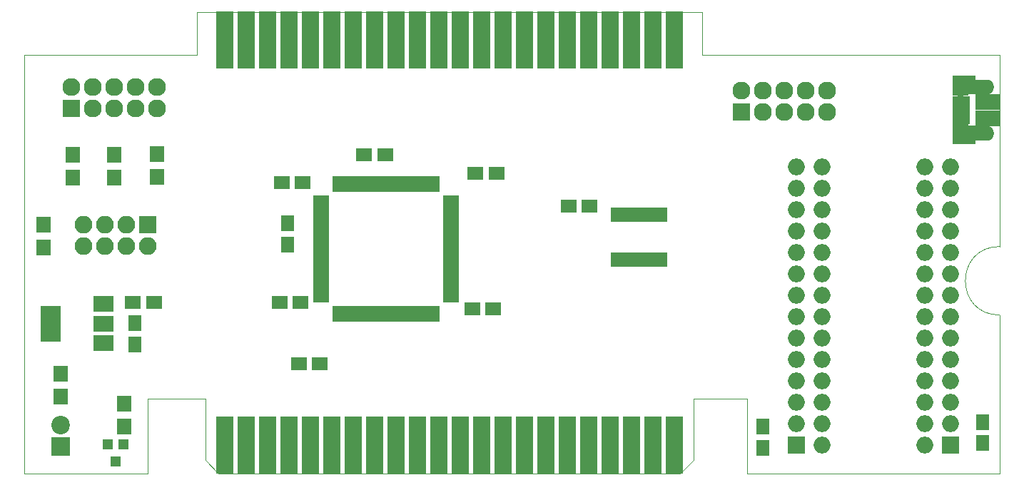
<source format=gts>
G04 #@! TF.GenerationSoftware,KiCad,Pcbnew,(5.1.5)-3*
G04 #@! TF.CreationDate,2020-04-27T11:33:16-04:00*
G04 #@! TF.ProjectId,VS-Tipi,56532d54-6970-4692-9e6b-696361645f70,V0*
G04 #@! TF.SameCoordinates,Original*
G04 #@! TF.FileFunction,Soldermask,Top*
G04 #@! TF.FilePolarity,Negative*
%FSLAX46Y46*%
G04 Gerber Fmt 4.6, Leading zero omitted, Abs format (unit mm)*
G04 Created by KiCad (PCBNEW (5.1.5)-3) date 2020-04-27 11:33:16*
%MOMM*%
%LPD*%
G04 APERTURE LIST*
%ADD10C,0.025400*%
%ADD11R,2.900000X1.830000*%
%ADD12O,2.100000X1.750000*%
%ADD13O,1.900000X1.500000*%
%ADD14R,2.050000X0.800000*%
%ADD15R,1.900000X2.400000*%
%ADD16R,1.100000X2.225000*%
%ADD17R,2.400000X1.750000*%
%ADD18R,1.650000X1.900000*%
%ADD19O,2.000000X2.000000*%
%ADD20R,2.000000X2.000000*%
%ADD21R,2.127200X2.127200*%
%ADD22O,2.127200X2.127200*%
%ADD23R,2.076400X6.750000*%
%ADD24R,2.000200X6.750000*%
%ADD25R,2.000000X6.750000*%
%ADD26R,1.900000X0.700000*%
%ADD27R,0.700000X1.900000*%
%ADD28R,1.900000X1.650000*%
%ADD29R,2.200000X2.200000*%
%ADD30C,2.200000*%
%ADD31R,2.100000X2.100000*%
%ADD32O,2.100000X2.100000*%
%ADD33R,1.200000X1.300000*%
%ADD34R,1.700000X1.900000*%
%ADD35R,0.806400X1.670000*%
%ADD36R,2.400000X4.200000*%
%ADD37R,2.400000X1.900000*%
G04 APERTURE END LIST*
D10*
X138633200Y-145161000D02*
X140208000Y-143586200D01*
X82296000Y-143586200D02*
X83870800Y-145161000D01*
X176530000Y-118237000D02*
X176530000Y-95504000D01*
X81280000Y-90424000D02*
X141224000Y-90424000D01*
X141224000Y-90424000D02*
X141224000Y-95504000D01*
X81280000Y-95504000D02*
X81280000Y-90424000D01*
X146558000Y-145161000D02*
X176530000Y-145161000D01*
X176530000Y-118237000D02*
G75*
G03X176530000Y-126365000I0J-4064000D01*
G01*
X141224000Y-95504000D02*
X176530000Y-95504000D01*
X83870800Y-145161000D02*
X138633200Y-145161000D01*
X60833000Y-95504000D02*
X81280000Y-95504000D01*
X75438000Y-145161000D02*
X75438000Y-136271000D01*
X60833000Y-145161000D02*
X60833000Y-95504000D01*
X75438000Y-145161000D02*
X60833000Y-145161000D01*
X176530000Y-145161000D02*
X176530000Y-126365000D01*
X146558000Y-136271000D02*
X146558000Y-145161000D01*
X140208000Y-136271000D02*
X146558000Y-136271000D01*
X140208000Y-143586200D02*
X140208000Y-136271000D01*
X82296000Y-136271000D02*
X82296000Y-143586200D01*
X75438000Y-136271000D02*
X82296000Y-136271000D01*
D11*
X175121000Y-101096800D03*
X175121000Y-103016800D03*
D12*
X174851000Y-99326800D03*
X174851000Y-104786800D03*
D13*
X171851000Y-99636800D03*
X171851000Y-104476800D03*
D14*
X171971000Y-100756800D03*
X171971000Y-101406800D03*
X171971000Y-102056800D03*
X171971000Y-102706800D03*
X171971000Y-103356800D03*
D15*
X171851000Y-99156800D03*
X171871000Y-104906800D03*
D16*
X173171000Y-99056800D03*
X173171000Y-105006800D03*
D17*
X173921000Y-104786800D03*
X173921000Y-99306800D03*
D18*
X148463000Y-139643800D03*
X148463000Y-142143800D03*
D19*
X155448000Y-141782800D03*
X170688000Y-108762800D03*
X155448000Y-139242800D03*
X170688000Y-111302800D03*
X155448000Y-136702800D03*
X170688000Y-113842800D03*
X155448000Y-134162800D03*
X170688000Y-116382800D03*
X155448000Y-131622800D03*
X170688000Y-118922800D03*
X155448000Y-129082800D03*
X170688000Y-121462800D03*
X155448000Y-126542800D03*
X170688000Y-124002800D03*
X155448000Y-124002800D03*
X170688000Y-126542800D03*
X155448000Y-121462800D03*
X170688000Y-129082800D03*
X155448000Y-118922800D03*
X170688000Y-131622800D03*
X155448000Y-116382800D03*
X170688000Y-134162800D03*
X155448000Y-113842800D03*
X170688000Y-136702800D03*
X155448000Y-111302800D03*
X170688000Y-139242800D03*
X155448000Y-108762800D03*
D20*
X170688000Y-141782800D03*
D21*
X145923000Y-102235000D03*
D22*
X145923000Y-99695000D03*
X148463000Y-102235000D03*
X148463000Y-99695000D03*
X151003000Y-102235000D03*
X151003000Y-99695000D03*
X153543000Y-102235000D03*
X153543000Y-99695000D03*
X156083000Y-102235000D03*
X156083000Y-99695000D03*
D19*
X167640000Y-141782800D03*
X152400000Y-108762800D03*
X167640000Y-139242800D03*
X152400000Y-111302800D03*
X167640000Y-136702800D03*
X152400000Y-113842800D03*
X167640000Y-134162800D03*
X152400000Y-116382800D03*
X167640000Y-131622800D03*
X152400000Y-118922800D03*
X167640000Y-129082800D03*
X152400000Y-121462800D03*
X167640000Y-126542800D03*
X152400000Y-124002800D03*
X167640000Y-124002800D03*
X152400000Y-126542800D03*
X167640000Y-121462800D03*
X152400000Y-129082800D03*
X167640000Y-118922800D03*
X152400000Y-131622800D03*
X167640000Y-116382800D03*
X152400000Y-134162800D03*
X167640000Y-113842800D03*
X152400000Y-136702800D03*
X167640000Y-111302800D03*
X152400000Y-139242800D03*
X167640000Y-108762800D03*
D20*
X152400000Y-141782800D03*
D23*
X137922000Y-141782800D03*
D24*
X135382000Y-141782800D03*
X132842000Y-141782800D03*
X130302000Y-141782800D03*
X127762000Y-141782800D03*
X125222000Y-141782800D03*
D25*
X122682000Y-141782800D03*
X120142000Y-141782800D03*
X117602000Y-141782800D03*
X115062000Y-141782800D03*
X112522000Y-141782800D03*
X109982000Y-141782800D03*
X107442000Y-141782800D03*
X104902000Y-141782800D03*
X102362000Y-141782800D03*
X99822000Y-141782800D03*
X97282000Y-141782800D03*
X94742000Y-141782800D03*
X92202000Y-141782800D03*
X89662000Y-141782800D03*
X84582000Y-141782800D03*
X87122000Y-141782800D03*
D23*
X137922000Y-93726000D03*
D24*
X135382000Y-93726000D03*
X132842000Y-93726000D03*
X130302000Y-93726000D03*
X127762000Y-93726000D03*
X125222000Y-93726000D03*
D25*
X122682000Y-93726000D03*
X120142000Y-93726000D03*
X117602000Y-93726000D03*
X115062000Y-93726000D03*
X112522000Y-93726000D03*
X109982000Y-93726000D03*
X107442000Y-93726000D03*
X104902000Y-93726000D03*
X102362000Y-93726000D03*
X99822000Y-93726000D03*
X97282000Y-93726000D03*
X94742000Y-93726000D03*
X92202000Y-93726000D03*
X89662000Y-93726000D03*
X84582000Y-93726000D03*
X87122000Y-93726000D03*
D26*
X111459000Y-124491000D03*
X111459000Y-123991000D03*
X111459000Y-123491000D03*
X111459000Y-122991000D03*
X111459000Y-122491000D03*
X111459000Y-121991000D03*
X111459000Y-121491000D03*
X111459000Y-120991000D03*
X111459000Y-120491000D03*
X111459000Y-119991000D03*
X111459000Y-119491000D03*
X111459000Y-118991000D03*
X111459000Y-118491000D03*
X111459000Y-117991000D03*
X111459000Y-117491000D03*
X111459000Y-116991000D03*
X111459000Y-116491000D03*
X111459000Y-115991000D03*
X111459000Y-115491000D03*
X111459000Y-114991000D03*
X111459000Y-114491000D03*
X111459000Y-113991000D03*
X111459000Y-113491000D03*
X111459000Y-112991000D03*
X111459000Y-112491000D03*
D27*
X109759000Y-110791000D03*
X109259000Y-110791000D03*
X108759000Y-110791000D03*
X108259000Y-110791000D03*
X107759000Y-110791000D03*
X107259000Y-110791000D03*
X106759000Y-110791000D03*
X106259000Y-110791000D03*
X105759000Y-110791000D03*
X105259000Y-110791000D03*
X104759000Y-110791000D03*
X104259000Y-110791000D03*
X103759000Y-110791000D03*
X103259000Y-110791000D03*
X102759000Y-110791000D03*
X102259000Y-110791000D03*
X101759000Y-110791000D03*
X101259000Y-110791000D03*
X100759000Y-110791000D03*
X100259000Y-110791000D03*
X99759000Y-110791000D03*
X99259000Y-110791000D03*
X98759000Y-110791000D03*
X98259000Y-110791000D03*
X97759000Y-110791000D03*
D26*
X96059000Y-112491000D03*
X96059000Y-112991000D03*
X96059000Y-113491000D03*
X96059000Y-113991000D03*
X96059000Y-114491000D03*
X96059000Y-114991000D03*
X96059000Y-115491000D03*
X96059000Y-115991000D03*
X96059000Y-116491000D03*
X96059000Y-116991000D03*
X96059000Y-117491000D03*
X96059000Y-117991000D03*
X96059000Y-118491000D03*
X96059000Y-118991000D03*
X96059000Y-119491000D03*
X96059000Y-119991000D03*
X96059000Y-120491000D03*
X96059000Y-120991000D03*
X96059000Y-121491000D03*
X96059000Y-121991000D03*
X96059000Y-122491000D03*
X96059000Y-122991000D03*
X96059000Y-123491000D03*
X96059000Y-123991000D03*
X96059000Y-124491000D03*
D27*
X97759000Y-126191000D03*
X98259000Y-126191000D03*
X98759000Y-126191000D03*
X99259000Y-126191000D03*
X99759000Y-126191000D03*
X100259000Y-126191000D03*
X100759000Y-126191000D03*
X101259000Y-126191000D03*
X101759000Y-126191000D03*
X102259000Y-126191000D03*
X102759000Y-126191000D03*
X103259000Y-126191000D03*
X103759000Y-126191000D03*
X104259000Y-126191000D03*
X104759000Y-126191000D03*
X105259000Y-126191000D03*
X105759000Y-126191000D03*
X106259000Y-126191000D03*
X106759000Y-126191000D03*
X107259000Y-126191000D03*
X107759000Y-126191000D03*
X108259000Y-126191000D03*
X108759000Y-126191000D03*
X109259000Y-126191000D03*
X109759000Y-126191000D03*
D28*
X95865000Y-132130800D03*
X93365000Y-132130800D03*
X91079000Y-124891800D03*
X93579000Y-124891800D03*
D21*
X66421000Y-101854000D03*
D22*
X66421000Y-99314000D03*
X68961000Y-101854000D03*
X68961000Y-99314000D03*
X71501000Y-101854000D03*
X71501000Y-99314000D03*
X74041000Y-101854000D03*
X74041000Y-99314000D03*
X76581000Y-101854000D03*
X76581000Y-99314000D03*
D29*
X65151000Y-141986000D03*
D30*
X65151000Y-139446000D03*
D31*
X75438000Y-115620800D03*
D32*
X75438000Y-118160800D03*
X72898000Y-115620800D03*
X72898000Y-118160800D03*
X70358000Y-115620800D03*
X70358000Y-118160800D03*
X67818000Y-115620800D03*
X67818000Y-118160800D03*
D33*
X72578000Y-141748000D03*
X70678000Y-141748000D03*
X71628000Y-143748000D03*
D34*
X72644000Y-139576800D03*
X72644000Y-136876800D03*
X65151000Y-133320800D03*
X65151000Y-136020800D03*
D35*
X136652000Y-114427000D03*
X136017000Y-114427000D03*
X135356600Y-114427000D03*
X134696200Y-114427000D03*
X134061200Y-114427000D03*
X133400800Y-114427000D03*
X132740400Y-114427000D03*
X132105400Y-114427000D03*
X131445000Y-114427000D03*
X130810000Y-114427000D03*
X130810000Y-119761000D03*
X131445000Y-119761000D03*
X132105400Y-119761000D03*
X132740400Y-119761000D03*
X133400800Y-119761000D03*
X134061200Y-119761000D03*
X134696200Y-119761000D03*
X135356600Y-119761000D03*
X136017000Y-119761000D03*
X136652000Y-119761000D03*
D18*
X92075000Y-115513800D03*
X92075000Y-118013800D03*
D34*
X76581000Y-107285800D03*
X76581000Y-109985800D03*
X71501000Y-107362000D03*
X71501000Y-110062000D03*
X66548000Y-107362000D03*
X66548000Y-110062000D03*
D28*
X73680000Y-124891800D03*
X76180000Y-124891800D03*
D18*
X73914000Y-127324800D03*
X73914000Y-129824800D03*
D28*
X113939000Y-125653800D03*
X116439000Y-125653800D03*
X114340000Y-109524800D03*
X116840000Y-109524800D03*
X103612000Y-107365800D03*
X101112000Y-107365800D03*
X93833000Y-110667800D03*
X91333000Y-110667800D03*
X127869000Y-113461800D03*
X125369000Y-113461800D03*
D18*
X174498000Y-141585000D03*
X174498000Y-139085000D03*
D34*
X63119000Y-115617000D03*
X63119000Y-118317000D03*
D36*
X63906000Y-127381000D03*
D37*
X70206000Y-127381000D03*
X70206000Y-125081000D03*
X70206000Y-129681000D03*
M02*

</source>
